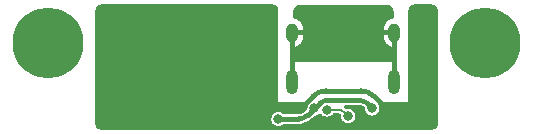
<source format=gbr>
%TF.GenerationSoftware,KiCad,Pcbnew,(6.0.0)*%
%TF.CreationDate,2022-03-28T02:07:41-07:00*%
%TF.ProjectId,squatterboard2,73717561-7474-4657-9262-6f617264322e,rev?*%
%TF.SameCoordinates,Original*%
%TF.FileFunction,Copper,L2,Bot*%
%TF.FilePolarity,Positive*%
%FSLAX46Y46*%
G04 Gerber Fmt 4.6, Leading zero omitted, Abs format (unit mm)*
G04 Created by KiCad (PCBNEW (6.0.0)) date 2022-03-28 02:07:41*
%MOMM*%
%LPD*%
G01*
G04 APERTURE LIST*
%TA.AperFunction,ComponentPad*%
%ADD10O,1.000000X1.600000*%
%TD*%
%TA.AperFunction,ComponentPad*%
%ADD11O,1.000000X2.100000*%
%TD*%
%TA.AperFunction,ComponentPad*%
%ADD12C,0.800000*%
%TD*%
%TA.AperFunction,ComponentPad*%
%ADD13C,6.000000*%
%TD*%
%TA.AperFunction,ViaPad*%
%ADD14C,0.800000*%
%TD*%
%TA.AperFunction,Conductor*%
%ADD15C,0.400000*%
%TD*%
%TA.AperFunction,Conductor*%
%ADD16C,0.200000*%
%TD*%
G04 APERTURE END LIST*
D10*
%TO.P,J1,S1,SHIELD*%
%TO.N,Earth*%
X24180000Y-2600000D03*
X32820000Y-2600000D03*
D11*
X32820000Y-6780000D03*
X24180000Y-6780000D03*
%TD*%
D12*
%TO.P,H2,1,1*%
%TO.N,Earth*%
X40500000Y-5800000D03*
X38200000Y-3500000D03*
X40500000Y-1200000D03*
X42126346Y-5126346D03*
X38873654Y-5126346D03*
X38873654Y-1873654D03*
X42126346Y-1873654D03*
D13*
X40500000Y-3500000D03*
D12*
X42800000Y-3500000D03*
%TD*%
%TO.P,H1,*%
%TO.N,*%
X1200000Y-3500000D03*
X5126346Y-1873654D03*
X5126346Y-5126346D03*
D13*
X3500000Y-3500000D03*
D12*
X3500000Y-5800000D03*
X3500000Y-1200000D03*
X1873654Y-5126346D03*
X1873654Y-1873654D03*
X5800000Y-3500000D03*
%TD*%
D14*
%TO.N,GND*%
X24900000Y-9000000D03*
X14400000Y-1700000D03*
X35700000Y-7250000D03*
X32100000Y-9000000D03*
X18900000Y-3825000D03*
%TO.N,Earth*%
X28500000Y-1100000D03*
%TO.N,VBUS*%
X30950000Y-9000000D03*
X26050000Y-9000000D03*
X23000000Y-9900000D03*
%TO.N,Net-(J1-PadB5)*%
X28900000Y-9650000D03*
X27100000Y-9100000D03*
%TD*%
D15*
%TO.N,GND*%
X25931371Y-7968629D02*
X24900000Y-9000000D01*
X35700000Y-7250000D02*
X34418629Y-8531371D01*
X33287258Y-9000000D02*
X32100000Y-9000000D01*
X32100000Y-9000000D02*
X31068629Y-7968629D01*
X24900000Y-9000000D02*
X24800000Y-9100000D01*
X29937258Y-7500000D02*
X27062742Y-7500000D01*
X27062742Y-7500001D02*
G75*
G03*
X25931371Y-7968629I0J-1600001D01*
G01*
X33287258Y-8999999D02*
G75*
G03*
X34418629Y-8531371I0J1600001D01*
G01*
X29937258Y-7500001D02*
G75*
G02*
X31068629Y-7968629I0J-1600001D01*
G01*
%TO.N,Earth*%
X32819127Y-4799522D02*
X24179127Y-4799522D01*
X24180000Y-6780000D02*
X24180000Y-2600000D01*
X32820000Y-6780000D02*
X32820000Y-2600000D01*
%TO.N,VBUS*%
X24652944Y-9900000D02*
X23000000Y-9900000D01*
X29918629Y-8300000D02*
X27081371Y-8300000D01*
X30484315Y-8534315D02*
X30950000Y-9000000D01*
X26050000Y-9000000D02*
X26515686Y-8534314D01*
X26050000Y-9000000D02*
X25501472Y-9548528D01*
X30484315Y-8534315D02*
G75*
G03*
X29918629Y-8300000I-565689J-565692D01*
G01*
X26515686Y-8534314D02*
G75*
G02*
X27081371Y-8300000I565685J-565686D01*
G01*
X24652944Y-9900000D02*
G75*
G03*
X25501472Y-9548528I-2J1200004D01*
G01*
D16*
%TO.N,Net-(J1-PadB5)*%
X27935786Y-9100000D02*
X27100000Y-9100000D01*
X28900000Y-9650000D02*
X28642893Y-9392893D01*
X27935786Y-9100001D02*
G75*
G02*
X28642892Y-9392894I3J-999993D01*
G01*
%TD*%
%TA.AperFunction,Conductor*%
%TO.N,Earth*%
G36*
X32262930Y-251703D02*
G01*
X32353438Y-263619D01*
X32403615Y-277064D01*
X32475794Y-306961D01*
X32520785Y-332936D01*
X32582772Y-380501D01*
X32619499Y-417228D01*
X32667064Y-479215D01*
X32693039Y-524206D01*
X32722936Y-596385D01*
X32736381Y-646562D01*
X32748297Y-737070D01*
X32750000Y-763046D01*
X32750000Y-1233626D01*
X32730293Y-1319969D01*
X32675074Y-1389210D01*
X32592376Y-1428277D01*
X32550553Y-1437167D01*
X32530827Y-1443576D01*
X32377050Y-1512042D01*
X32359082Y-1522416D01*
X32222908Y-1621352D01*
X32207485Y-1635239D01*
X32094854Y-1760328D01*
X32082657Y-1777117D01*
X31998500Y-1922882D01*
X31990056Y-1941845D01*
X31938040Y-2101932D01*
X31933728Y-2122218D01*
X31920544Y-2247661D01*
X31920000Y-2258040D01*
X31920000Y-2377577D01*
X31924330Y-2396547D01*
X31931500Y-2400000D01*
X32750000Y-2400000D01*
X32750000Y-2800000D01*
X31942423Y-2800000D01*
X31923453Y-2804330D01*
X31920000Y-2811500D01*
X31920000Y-2941960D01*
X31920544Y-2952339D01*
X31933728Y-3077782D01*
X31938040Y-3098068D01*
X31990056Y-3258155D01*
X31998500Y-3277118D01*
X32082657Y-3422883D01*
X32094854Y-3439672D01*
X32207487Y-3564764D01*
X32222903Y-3578644D01*
X32359085Y-3677587D01*
X32377047Y-3687957D01*
X32530827Y-3756424D01*
X32550553Y-3762833D01*
X32592376Y-3771723D01*
X32672734Y-3808952D01*
X32728982Y-3877360D01*
X32750000Y-3966374D01*
X32750000Y-4486954D01*
X32748297Y-4512930D01*
X32736381Y-4603438D01*
X32722936Y-4653615D01*
X32693039Y-4725794D01*
X32667064Y-4770785D01*
X32619499Y-4832772D01*
X32582772Y-4869499D01*
X32520785Y-4917064D01*
X32475794Y-4943039D01*
X32403615Y-4972936D01*
X32353438Y-4986381D01*
X32262930Y-4998297D01*
X32236954Y-5000000D01*
X24763046Y-5000000D01*
X24737070Y-4998297D01*
X24646562Y-4986381D01*
X24596385Y-4972936D01*
X24524206Y-4943039D01*
X24479215Y-4917064D01*
X24417228Y-4869499D01*
X24380501Y-4832772D01*
X24332936Y-4770785D01*
X24306961Y-4725794D01*
X24277064Y-4653615D01*
X24263619Y-4603438D01*
X24251703Y-4512930D01*
X24250000Y-4486954D01*
X24250000Y-3966374D01*
X24269707Y-3880031D01*
X24324926Y-3810790D01*
X24407624Y-3771723D01*
X24449447Y-3762833D01*
X24469173Y-3756424D01*
X24622950Y-3687958D01*
X24640918Y-3677584D01*
X24777092Y-3578648D01*
X24792515Y-3564761D01*
X24905146Y-3439672D01*
X24917343Y-3422883D01*
X25001500Y-3277118D01*
X25009944Y-3258155D01*
X25061960Y-3098068D01*
X25066272Y-3077782D01*
X25079456Y-2952339D01*
X25080000Y-2941960D01*
X25080000Y-2822423D01*
X25075670Y-2803453D01*
X25068500Y-2800000D01*
X24250000Y-2800000D01*
X24250000Y-2400000D01*
X25057577Y-2400000D01*
X25076547Y-2395670D01*
X25080000Y-2388500D01*
X25080000Y-2258040D01*
X25079456Y-2247661D01*
X25066272Y-2122218D01*
X25061960Y-2101932D01*
X25009944Y-1941845D01*
X25001500Y-1922882D01*
X24917343Y-1777117D01*
X24905146Y-1760328D01*
X24792513Y-1635236D01*
X24777097Y-1621356D01*
X24640915Y-1522413D01*
X24622953Y-1512043D01*
X24469173Y-1443576D01*
X24449447Y-1437167D01*
X24407624Y-1428277D01*
X24327266Y-1391048D01*
X24271018Y-1322640D01*
X24250000Y-1233626D01*
X24250000Y-763046D01*
X24251703Y-737070D01*
X24263619Y-646562D01*
X24277064Y-596385D01*
X24306961Y-524206D01*
X24332936Y-479215D01*
X24380501Y-417228D01*
X24417228Y-380501D01*
X24479215Y-332936D01*
X24524206Y-306961D01*
X24596385Y-277064D01*
X24646562Y-263619D01*
X24737070Y-251703D01*
X24763046Y-250000D01*
X32236954Y-250000D01*
X32262930Y-251703D01*
G37*
%TD.AperFunction*%
%TD*%
%TA.AperFunction,Conductor*%
%TO.N,GND*%
G36*
X22509684Y-201275D02*
G01*
X22609963Y-214477D01*
X22647529Y-224542D01*
X22731878Y-259481D01*
X22765560Y-278926D01*
X22837994Y-334508D01*
X22865492Y-362006D01*
X22921074Y-434440D01*
X22940520Y-468123D01*
X22975457Y-552468D01*
X22985524Y-590040D01*
X22998725Y-690315D01*
X23000000Y-709763D01*
X23000000Y-8500000D01*
X25384136Y-8500000D01*
X25458636Y-8519962D01*
X25513174Y-8574500D01*
X25533136Y-8649000D01*
X25521794Y-8706018D01*
X25464956Y-8843238D01*
X25463682Y-8852917D01*
X25463681Y-8852920D01*
X25444963Y-8995100D01*
X25415448Y-9066357D01*
X25402597Y-9081010D01*
X25248849Y-9234758D01*
X25231079Y-9249936D01*
X25214746Y-9261802D01*
X25207852Y-9271291D01*
X25199561Y-9279582D01*
X25199217Y-9279238D01*
X25188806Y-9290501D01*
X25131797Y-9339191D01*
X25112882Y-9352934D01*
X25025905Y-9406233D01*
X25005074Y-9416846D01*
X24910838Y-9455881D01*
X24888604Y-9463106D01*
X24839008Y-9475013D01*
X24789416Y-9486919D01*
X24766323Y-9490577D01*
X24691581Y-9496459D01*
X24676252Y-9495857D01*
X24676252Y-9496342D01*
X24664522Y-9496342D01*
X24652943Y-9494508D01*
X24633002Y-9497666D01*
X24609696Y-9499500D01*
X23515067Y-9499500D01*
X23440567Y-9479538D01*
X23424362Y-9468710D01*
X23310590Y-9381410D01*
X23302841Y-9375464D01*
X23215271Y-9339191D01*
X23165784Y-9318693D01*
X23156762Y-9314956D01*
X23147081Y-9313681D01*
X23147079Y-9313681D01*
X23009685Y-9295593D01*
X23000000Y-9294318D01*
X22990315Y-9295593D01*
X22852921Y-9313681D01*
X22852919Y-9313681D01*
X22843238Y-9314956D01*
X22834216Y-9318693D01*
X22784730Y-9339191D01*
X22697159Y-9375464D01*
X22571718Y-9471718D01*
X22475464Y-9597159D01*
X22471726Y-9606182D01*
X22471726Y-9606183D01*
X22449565Y-9659685D01*
X22414956Y-9743238D01*
X22413681Y-9752919D01*
X22413681Y-9752921D01*
X22406593Y-9806762D01*
X22394318Y-9900000D01*
X22395593Y-9909685D01*
X22400087Y-9943817D01*
X22414956Y-10056762D01*
X22418693Y-10065784D01*
X22466766Y-10181841D01*
X22475464Y-10202841D01*
X22571718Y-10328282D01*
X22697159Y-10424536D01*
X22843238Y-10485044D01*
X22852919Y-10486319D01*
X22852921Y-10486319D01*
X22981717Y-10503275D01*
X22998186Y-10510097D01*
X23018283Y-10503275D01*
X23147079Y-10486319D01*
X23147081Y-10486319D01*
X23156762Y-10485044D01*
X23302841Y-10424536D01*
X23424362Y-10331290D01*
X23495619Y-10301775D01*
X23515067Y-10300500D01*
X24609698Y-10300500D01*
X24633004Y-10302334D01*
X24652945Y-10305492D01*
X24664524Y-10303658D01*
X24665172Y-10303658D01*
X24676549Y-10302387D01*
X24857438Y-10290531D01*
X24857443Y-10290530D01*
X24862300Y-10290212D01*
X24867072Y-10289263D01*
X24867078Y-10289262D01*
X25063287Y-10250233D01*
X25068073Y-10249281D01*
X25266743Y-10181841D01*
X25271116Y-10179685D01*
X25271122Y-10179682D01*
X25355977Y-10137836D01*
X25454911Y-10089047D01*
X25629357Y-9972486D01*
X25712012Y-9900000D01*
X25769315Y-9849747D01*
X25778254Y-9842603D01*
X25778708Y-9842149D01*
X25788198Y-9835254D01*
X25800064Y-9818921D01*
X25815242Y-9801151D01*
X25968990Y-9647403D01*
X26035785Y-9608839D01*
X26054900Y-9605037D01*
X26197080Y-9586319D01*
X26197083Y-9586318D01*
X26206762Y-9585044D01*
X26215784Y-9581307D01*
X26343817Y-9528274D01*
X26343818Y-9528274D01*
X26352841Y-9524536D01*
X26389584Y-9496342D01*
X26433527Y-9462624D01*
X26504784Y-9433109D01*
X26581252Y-9443176D01*
X26642441Y-9490128D01*
X26659235Y-9512014D01*
X26671718Y-9528282D01*
X26797159Y-9624536D01*
X26806182Y-9628274D01*
X26806183Y-9628274D01*
X26858634Y-9650000D01*
X26943238Y-9685044D01*
X26952919Y-9686319D01*
X26952921Y-9686319D01*
X27090315Y-9704407D01*
X27100000Y-9705682D01*
X27109685Y-9704407D01*
X27247079Y-9686319D01*
X27247081Y-9686319D01*
X27256762Y-9685044D01*
X27341366Y-9650000D01*
X27393817Y-9628274D01*
X27393818Y-9628274D01*
X27402841Y-9624536D01*
X27528282Y-9528282D01*
X27581601Y-9458795D01*
X27642791Y-9411842D01*
X27699811Y-9400500D01*
X27896461Y-9400500D01*
X27922335Y-9402764D01*
X27922947Y-9402872D01*
X27935787Y-9405136D01*
X27948626Y-9402872D01*
X27952538Y-9402872D01*
X27967142Y-9403589D01*
X28057649Y-9412503D01*
X28086297Y-9418202D01*
X28189427Y-9449486D01*
X28216416Y-9460665D01*
X28221540Y-9463404D01*
X28277832Y-9516130D01*
X28300219Y-9589938D01*
X28299024Y-9614251D01*
X28294318Y-9650000D01*
X28314956Y-9806762D01*
X28318693Y-9815784D01*
X28353577Y-9900000D01*
X28375464Y-9952841D01*
X28471718Y-10078282D01*
X28597159Y-10174536D01*
X28606182Y-10178274D01*
X28606183Y-10178274D01*
X28614795Y-10181841D01*
X28743238Y-10235044D01*
X28752919Y-10236319D01*
X28752921Y-10236319D01*
X28890315Y-10254407D01*
X28900000Y-10255682D01*
X28909685Y-10254407D01*
X29047079Y-10236319D01*
X29047081Y-10236319D01*
X29056762Y-10235044D01*
X29185205Y-10181841D01*
X29193817Y-10178274D01*
X29193818Y-10178274D01*
X29202841Y-10174536D01*
X29328282Y-10078282D01*
X29424536Y-9952841D01*
X29446424Y-9900000D01*
X29481307Y-9815784D01*
X29485044Y-9806762D01*
X29505682Y-9650000D01*
X29500263Y-9608839D01*
X29486319Y-9502921D01*
X29486319Y-9502919D01*
X29485044Y-9493238D01*
X29452198Y-9413941D01*
X29428274Y-9356183D01*
X29428274Y-9356182D01*
X29424536Y-9347159D01*
X29328282Y-9221718D01*
X29202841Y-9125464D01*
X29068119Y-9069660D01*
X29065784Y-9068693D01*
X29056762Y-9064956D01*
X29047081Y-9063681D01*
X29047079Y-9063681D01*
X28909685Y-9045593D01*
X28900000Y-9044318D01*
X28789384Y-9058881D01*
X28712916Y-9048814D01*
X28692090Y-9038203D01*
X28591469Y-8976542D01*
X28538379Y-8920596D01*
X28520374Y-8845599D01*
X28542280Y-8771647D01*
X28598227Y-8718556D01*
X28669323Y-8700500D01*
X29875379Y-8700500D01*
X29898688Y-8702334D01*
X29907047Y-8703658D01*
X29907048Y-8703658D01*
X29918627Y-8705492D01*
X29930207Y-8703658D01*
X29932850Y-8703658D01*
X29952298Y-8704933D01*
X30002575Y-8711552D01*
X30040148Y-8721619D01*
X30100258Y-8746518D01*
X30133942Y-8765966D01*
X30174181Y-8796842D01*
X30188833Y-8809691D01*
X30190698Y-8811556D01*
X30197590Y-8821042D01*
X30213923Y-8832908D01*
X30231693Y-8848086D01*
X30302597Y-8918990D01*
X30341161Y-8985785D01*
X30344963Y-9004900D01*
X30360836Y-9125464D01*
X30364956Y-9156762D01*
X30368693Y-9165784D01*
X30420353Y-9290501D01*
X30425464Y-9302841D01*
X30521718Y-9428282D01*
X30647159Y-9524536D01*
X30656182Y-9528274D01*
X30656183Y-9528274D01*
X30784216Y-9581307D01*
X30793238Y-9585044D01*
X30802919Y-9586319D01*
X30802921Y-9586319D01*
X30940315Y-9604407D01*
X30950000Y-9605682D01*
X30959685Y-9604407D01*
X31097079Y-9586319D01*
X31097081Y-9586319D01*
X31106762Y-9585044D01*
X31115784Y-9581307D01*
X31243817Y-9528274D01*
X31243818Y-9528274D01*
X31252841Y-9524536D01*
X31378282Y-9428282D01*
X31474536Y-9302841D01*
X31479648Y-9290501D01*
X31531307Y-9165784D01*
X31535044Y-9156762D01*
X31539165Y-9125464D01*
X31554407Y-9009685D01*
X31555682Y-9000000D01*
X31535044Y-8843238D01*
X31478206Y-8706019D01*
X31468139Y-8629552D01*
X31497654Y-8558295D01*
X31558844Y-8511342D01*
X31615864Y-8500000D01*
X34000000Y-8500000D01*
X34000000Y-709763D01*
X34001275Y-690315D01*
X34014476Y-590040D01*
X34024543Y-552468D01*
X34059480Y-468123D01*
X34078926Y-434440D01*
X34134508Y-362006D01*
X34162006Y-334508D01*
X34234440Y-278926D01*
X34268122Y-259481D01*
X34352471Y-224542D01*
X34390037Y-214477D01*
X34490316Y-201275D01*
X34509763Y-200000D01*
X35990237Y-200000D01*
X36009684Y-201275D01*
X36109963Y-214477D01*
X36147529Y-224542D01*
X36231878Y-259481D01*
X36265560Y-278926D01*
X36337994Y-334508D01*
X36365492Y-362006D01*
X36421074Y-434440D01*
X36440520Y-468123D01*
X36475457Y-552468D01*
X36485524Y-590040D01*
X36498725Y-690315D01*
X36500000Y-709763D01*
X36500000Y-10290237D01*
X36498725Y-10309685D01*
X36485524Y-10409960D01*
X36475458Y-10447529D01*
X36440520Y-10531877D01*
X36421074Y-10565560D01*
X36365494Y-10637992D01*
X36337994Y-10665492D01*
X36265560Y-10721074D01*
X36231878Y-10740519D01*
X36147529Y-10775458D01*
X36109963Y-10785523D01*
X36009685Y-10798725D01*
X35990237Y-10800000D01*
X23037731Y-10800000D01*
X23005579Y-10791385D01*
X22962269Y-10800000D01*
X8009763Y-10800000D01*
X7990315Y-10798725D01*
X7890037Y-10785523D01*
X7852471Y-10775458D01*
X7768122Y-10740519D01*
X7734440Y-10721074D01*
X7662006Y-10665492D01*
X7634506Y-10637992D01*
X7578926Y-10565560D01*
X7559480Y-10531877D01*
X7524542Y-10447529D01*
X7514476Y-10409960D01*
X7501275Y-10309685D01*
X7500000Y-10290237D01*
X7500000Y-709763D01*
X7501275Y-690315D01*
X7514476Y-590040D01*
X7524543Y-552468D01*
X7559480Y-468123D01*
X7578926Y-434440D01*
X7634508Y-362006D01*
X7662006Y-334508D01*
X7734440Y-278926D01*
X7768122Y-259481D01*
X7852471Y-224542D01*
X7890037Y-214477D01*
X7990316Y-201275D01*
X8009763Y-200000D01*
X22490237Y-200000D01*
X22509684Y-201275D01*
G37*
%TD.AperFunction*%
%TD*%
M02*

</source>
